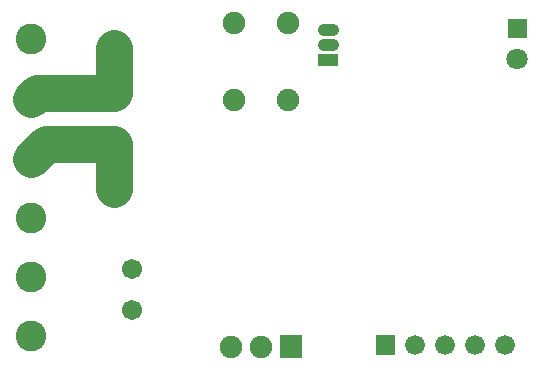
<source format=gbs>
G04 Layer: BottomSolderMaskLayer*
G04 EasyEDA v6.4.25, 2021-12-01T16:26:12+03:00*
G04 b03321441de44a4fabc515ecf1a05e19,10*
G04 Gerber Generator version 0.2*
G04 Scale: 100 percent, Rotated: No, Reflected: No *
G04 Dimensions in millimeters *
G04 leading zeros omitted , absolute positions ,4 integer and 5 decimal *
%FSLAX45Y45*%
%MOMM*%

%ADD54C,1.0016*%
%ADD55C,1.1016*%
%ADD56C,1.9016*%
%ADD57C,1.9020*%
%ADD63C,1.6764*%
%ADD67C,1.8016*%
%ADD68C,1.7016*%
%ADD70C,2.6016*%
%ADD77C,3.1046*%

%LPD*%
D77*
X-1943100Y752855D02*
G01*
X-1896618Y799337D01*
X-1896722Y799213D02*
G01*
X-1244600Y799213D01*
X-1244600Y1179220D02*
G01*
X-1244600Y799213D01*
X-1244600Y369211D02*
G01*
X-1244600Y-10795D01*
X-1943100Y242062D02*
G01*
X-1815845Y369315D01*
X-1244600Y369315D01*
D54*
X536501Y1333500D02*
G01*
X606501Y1333500D01*
X536501Y1206500D02*
G01*
X606501Y1206500D01*
D55*
X-1309598Y1179220D02*
G01*
X-1179598Y1179220D01*
X-1309598Y799211D02*
G01*
X-1179598Y799211D01*
X-1309598Y369214D02*
G01*
X-1179598Y369214D01*
X-1309598Y-10795D02*
G01*
X-1179598Y-10795D01*
D56*
G01*
X225044Y741679D03*
D57*
G01*
X-225044Y741679D03*
D56*
G01*
X225044Y1391920D03*
G01*
X-225044Y1391920D03*
G36*
X159004Y-1441195D02*
G01*
X159004Y-1251204D01*
X348995Y-1251204D01*
X348995Y-1441195D01*
G37*
G01*
X0Y-1346200D03*
G01*
X-254000Y-1346200D03*
D63*
G01*
X2070100Y-1333500D03*
G01*
X1816100Y-1333500D03*
G01*
X1562100Y-1333500D03*
G01*
X1308100Y-1333500D03*
G36*
X970279Y-1417320D02*
G01*
X970279Y-1249679D01*
X1137920Y-1249679D01*
X1137920Y-1417320D01*
G37*
G36*
X2087879Y1262379D02*
G01*
X2087879Y1430020D01*
X2255520Y1430020D01*
X2255520Y1262379D01*
G37*
D67*
G01*
X2171700Y1092200D03*
D68*
G01*
X-1092200Y-1038605D03*
G01*
X-1092200Y-688594D03*
D70*
G01*
X-1943074Y1253744D03*
G01*
X-1943074Y752855D03*
G01*
X-1943100Y241985D03*
G01*
X-1943100Y-258013D03*
G01*
X-1943100Y-758012D03*
G01*
X-1943100Y-1258011D03*
G36*
X486410Y1029462D02*
G01*
X486410Y1129537D01*
X656589Y1129537D01*
X656589Y1029462D01*
G37*
M02*

</source>
